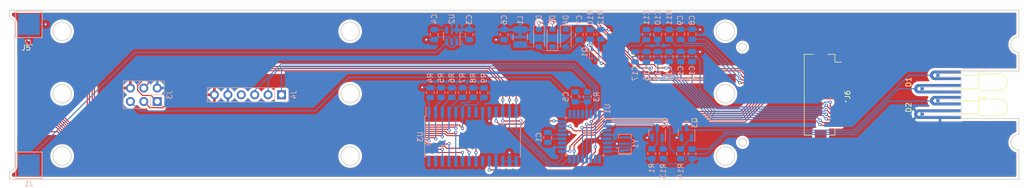
<source format=kicad_pcb>
(kicad_pcb (version 20221018) (generator pcbnew)
  (layers (0 "F.Cu" signal) (31 "B.Cu" signal) (34 "B.Paste" user) (35 "F.Paste" user) (36 "B.SilkS" user "B.Silkscreen") (37 "F.SilkS" user "F.Silkscreen") (38 "B.Mask" user) (39 "F.Mask" user) (44 "Edge.Cuts" user))
  (net 0 "")
  (net 1 "PREVGH")
  (net 2 "PREVGL")
  (net 3 "GDR")
  (net 4 "RESE")
  (net 5 "Earth")
  (net 6 "VCC")
  (net 7 "+3V3")
  (net 8 "ISP_CS")
  (net 9 "UART_DTR")
  (net 10 "BTN2_OUT")
  (net 11 "BTN5_OUT")
  (net 12 "BTN1_OUT")
  (net 13 "BTN4_OUT")
  (net 14 "BTN0_IN")
  (net 15 "BTN0_OUT")
  (net 16 "BTN3_OUT")
  (net 17 "SPI_MOSI")
  (net 18 "SPI_MISO")
  (net 19 "SPI_CLK")
  (net 20 "IR_LED_IN")
  (net 21 "UART_RX")
  (net 22 "UART_TX")
  (net 23 "BUSY")
  (net 24 "RST")
  (net 25 "Net-(D5-A)")
  (net 26 "SPI_CS_DISP")
  (net 27 "SPI_CS_GPIO_EXP")
  (net 28 "GPIO_EXP_INT")
  (net 29 "BTN1_IN")
  (net 30 "BTN2_IN")
  (net 31 "BTN3_IN")
  (net 32 "BTN4_IN")
  (net 33 "BTN5_IN")
  (net 34 "IR_LED_OUT")
  (net 40 "Net-(D1-A)")
  (net 42 "Net-(U2-BP)")
  (net 43 "D{slash}C")
  (net 45 "Net-(U1-AREF)")
  (net 47 "Net-(D3-A)")
  (net 48 "Net-(J6-P5)")
  (net 49 "Net-(J6-P20)")
  (net 50 "Net-(U1-XTAL1{slash}PB6)")
  (net 51 "Net-(U1-XTAL2{slash}PB7)")
  (net 59 "Net-(J6-P8)")
  (net 61 "Net-(J6-P4)")
  (net 64 "Net-(J6-P18)")
  (net 65 "Net-(J6-P19)")
  (net 66 "Net-(J6-P22)")
  (net 67 "Net-(J6-P24)")
  (net 68 "Net-(D1-K)")
  (net 69 "Net-(D2-K)")
  (net 70 "Net-(Q2-B)")
  (net 71 "Net-(Q3-B)")
  (footprint "LED_castellation:LED_D3.0mm_Horizontal_O6.35mm_Z2.0mm" (layer "F.Cu") (at 212.097 54.864 90)
    (fp_text reference "D1")
    (fp_text value "WP3A10F3C")
  )
  (footprint "Connector_FFC-FPC:Hirose_FH12-24S-0.5SH_1x24-1MP_P0.50mm_Horizontal" (layer "F.Cu") (at 194.893351 56.007 -90)
    (fp_text reference "J6")
    (fp_text value "CONN_01X24")
  )
  (footprint "LED_castellation:LED_D3.0mm_Horizontal_O6.35mm_Z2.0mm" (layer "F.Cu") (at 212.097 59.67 90)
    (fp_text reference "D2")
    (fp_text value "WP3DP3BT")
  )
  (footprint "Terminal:SolderPad_1x12_1.27mm" (layer "F.Cu") (at 43.18 56.007)
    (fp_text reference "J5")
    (fp_text value "CONN_01X12")
  )
  (footprint "Resistor_SMD:R_0805_2012Metric" (layer "B.Cu") (at 161.544 67.1595 90)
    (fp_text reference "R1")
    (fp_text value "10K")
  )
  (footprint "Resistor_SMD:R_0805_2012Metric" (layer "B.Cu") (at 169.164 67.1595 -90)
    (fp_text reference "R2" hide)
    (fp_text value "330")
  )
  (footprint "Capacitor_SMD:C_0805_2012Metric" (layer "B.Cu") (at 127 44.638 90)
    (fp_text reference "C3")
    (fp_text value "2,2uF")
  )
  (footprint "Capacitor_SMD:C_0805_2012Metric" (layer "B.Cu") (at 120.396 44.638 90)
    (fp_text reference "C4")
    (fp_text value "470pF")
  )
  (footprint "Capacitor_SMD:C_0805_2012Metric" (layer "B.Cu") (at 147.066 56.388 90)
    (fp_text reference "C5")
    (fp_text value "0.1uF")
  )
  (footprint "Capacitor_SMD:C_0805_2012Metric" (layer "B.Cu") (at 133.604 44.6284 -90)
    (fp_text reference "C6")
    (fp_text value "4,7uF")
  )
  (footprint "Capacitor_SMD:C_0805_2012Metric" (layer "B.Cu") (at 147.828 44.6188 90)
    (fp_text reference "C7")
    (fp_text value "4,7uF")
  )
  (footprint "Capacitor_SMD:C_0805_2012Metric" (layer "B.Cu") (at 169.164 44.5516 -90)
    (fp_text reference "C8")
    (fp_text value "4,7uF")
  )
  (footprint "Capacitor_SMD:C_0805_2012Metric" (layer "B.Cu") (at 167.005 44.5612 -90)
    (fp_text reference "C9")
    (fp_text value "4,7uF")
  )
  (footprint "Capacitor_SMD:C_0805_2012Metric" (layer "B.Cu") (at 162.687 44.5996 -90)
    (fp_text reference "C10")
    (fp_text value "4,7uF")
  )
  (footprint "Capacitor_SMD:C_0805_2012Metric" (layer "B.Cu") (at 160.528 44.6092 -90)
    (fp_text reference "C11")
    (fp_text value "4,7uF")
  )
  (footprint "Capacitor_SMD:C_0805_2012Metric" (layer "B.Cu") (at 169.164 48.7852 -90)
    (fp_text reference "C12")
    (fp_text value "4,7uF")
  )
  (footprint "Capacitor_SMD:C_0805_2012Metric" (layer "B.Cu") (at 167.005 48.773 -90)
    (fp_text reference "C13")
    (fp_text value "4,7uF")
  )
  (footprint "Capacitor_SMD:C_0805_2012Metric" (layer "B.Cu") (at 164.846 48.7974 -90)
    (fp_text reference "C14")
    (fp_text value "4,7uF")
  )
  (footprint "Diode_SMD:D_SOD-123" (layer "B.Cu") (at 145.288 45.276 -90)
    (fp_text reference "D3")
    (fp_text value "MBR0530")
  )
  (footprint "Diode_SMD:D_SOD-123" (layer "B.Cu") (at 142.748 45.276 90)
    (fp_text reference "D4")
    (fp_text value "MBR0530")
  )
  (footprint "Resistor_SMD:R_0805_2012Metric" (layer "B.Cu") (at 149.352 56.388 -90)
    (fp_text reference "R3")
    (fp_text value "10K")
  )
  (footprint "Resistor_SMD:R_0805_2012Metric" (layer "B.Cu") (at 119.634 55.6025 90)
    (fp_text reference "R4")
    (fp_text value "10K")
  )
  (footprint "Resistor_SMD:R_0805_2012Metric" (layer "B.Cu") (at 121.666 55.6025 90)
    (fp_text reference "R5")
    (fp_text value "10K")
  )
  (footprint "Resistor_SMD:R_0805_2012Metric" (layer "B.Cu") (at 123.698 55.6025 90)
    (fp_text reference "R6")
    (fp_text value "4,7K")
  )
  (footprint "Resistor_SMD:R_0805_2012Metric" (layer "B.Cu") (at 125.73 55.6025 90)
    (fp_text reference "R7")
    (fp_text value "10K")
  )
  (footprint "Capacitor_SMD:C_0805_2012Metric" (layer "B.Cu") (at 162.687 48.8096 -90)
    (fp_text reference "C15")
    (fp_text value "4,7uF")
  )
  (footprint "Capacitor_SMD:C_0805_2012Metric" (layer "B.Cu") (at 160.528 48.8218 -90)
    (fp_text reference "C16")
    (fp_text value "4,7uF")
  )
  (footprint "Capacitor_SMD:C_0805_2012Metric" (layer "B.Cu") (at 158.369 48.834 -90)
    (fp_text reference "C17")
    (fp_text value "4,7uF")
  )
  (footprint "Capacitor_SMD:C_0805_2012Metric" (layer "B.Cu") (at 141.859 64.074 -90)
    (fp_text reference "C1")
    (fp_text value "0.1uF")
  )
  (footprint "Package_TO_SOT_SMD:SOT-23-5" (layer "B.Cu") (at 123.698 44.892 90)
    (fp_text reference "U2")
    (fp_text value "MIC5219-3.3YM5")
  )
  (footprint "Package_SO:SOIC-28W_7.5x17.9mm_P1.27mm" (layer "B.Cu") (at 127.635 63.93 -90)
    (fp_text reference "U3")
    (fp_text value "MCP23S17_SO")
  )
  (footprint "Inductor_SMD:L_1210_3225Metric" (layer "B.Cu") (at 136.652 45.088 -90)
    (fp_text reference "L1")
    (fp_text value "68uH")
  )
  (footprint "Package_QFP:TQFP-32_7x7mm_P0.8mm" (layer "B.Cu") (at 148.844 63.93 180)
    (fp_text reference "U1")
    (fp_text value "ATmega328P-A")
  )
  (footprint "Diode_SMD:D_SOD-123" (layer "B.Cu") (at 140.208 45.276 -90)
    (fp_text reference "D5")
    (fp_text value "MBR0530")
  )
  (footprint "SMD_Packages:1Pin" (layer "B.Cu") (at 43.688 69.342)
    (fp_text reference "J1")
    (fp_text value "CONN_01X01")
  )
  (footprint "SMD_Packages:1Pin" (layer "B.Cu") (at 43.688 42.672)
    (fp_text reference "J2")
    (fp_text value "CONN_01X01")
  )
  (footprint "Package_TO_SOT_SMD:SOT-323_SC-70" (layer "B.Cu") (at 150.876 48.401 -90)
    (fp_text reference "Q1")
    (fp_text value "SI1308EDL")
  )
  (footprint "Resistor_SMD:R_0805_2012Metric" (layer "B.Cu") (at 127.762 55.6025 90)
    (fp_text reference "R8")
    (fp_text value "10K")
  )
  (footprint "Resistor_SMD:R_0805_2012Metric" (layer "B.Cu") (at 129.794 55.6025 90)
    (fp_text reference "R9")
    (fp_text value "10K")
  )
  (footprint "Resistor_SMD:R_0805_2012Metric" (layer "B.Cu") (at 149.86 44.5804 90)
    (fp_text reference "R10")
    (fp_text value "10K")
  )
  (footprint "Resistor_SMD:R_0805_2012Metric" (layer "B.Cu") (at 164.846 44.5708 90)
    (fp_text reference "R11")
    (fp_text value "1K")
  )
  (footprint "Resistor_SMD:R_0805_2012Metric" (layer "B.Cu") (at 151.892 44.59 -90)
    (fp_text reference "R12")
    (fp_text value "3")
  )
  (footprint "Connector_PinHeader_2.54mm:PinHeader_2x03_P2.54mm_Vertical" (layer "B.Cu") (at 67.9704 57.282 90)
    (fp_text reference "J3")
    (fp_text value "CONN_02X03")
  )
  (footprint "Connector_PinHeader_2.54mm:PinHeader_1x06_P2.54mm_Vertical" (layer "B.Cu") (at 91.4908 56.007 90)
    (fp_text reference "J4")
    (fp_text value "CONN_01X06")
  )
  (footprint "Crystal:Resonator_SMD_Murata_CSTxExxV-3Pin_3.0x1.1mm" (layer "B.Cu") (at 156.464 65.278 90)
    (fp_text reference "Y1")
    (fp_text value "Resonator")
  )
  (footprint "Package_TO_SOT_SMD:SOT-23" (layer "B.Cu") (at 162.56 63.174 90)
    (fp_text reference "Q2")
    (fp_text value "BC817")
  )
  (footprint "Resistor_SMD:R_0805_2012Metric" (layer "B.Cu") (at 163.703 67.1595 90)
    (fp_text reference "R13")
    (fp_text value "10K")
  )
  (footprint "Package_TO_SOT_SMD:SOT-23" (layer "B.Cu") (at 168.1245 63.174 90)
    (fp_text reference "Q3")
    (fp_text value "BC817")
  )
  (footprint "Resistor_SMD:R_0805_2012Metric" (layer "B.Cu") (at 167.005 67.1595 90)
    (fp_text reference "R14")
    (fp_text value "10K")
  )
  (gr_circle (center 104.475 44.0008) (end 106.2254 44.0008) (stroke (width 0.15)) (fill none) (layer "Edge.Cuts"))
  (gr_circle (center 49.975 55.8008) (end 51.7254 55.8008) (stroke (width 0.15)) (fill none) (layer "Edge.Cuts"))
  (gr_circle (center 49.975 67.6008) (end 51.7254 67.6008) (stroke (width 0.15)) (fill none) (layer "Edge.Cuts"))
  (gr_circle (center 175.475 44.0008) (end 177.2254 44.0008) (stroke (width 0.15)) (fill none) (layer "Edge.Cuts"))
  (gr_circle (center 104.475 55.8008) (end 106.2254 55.8008) (stroke (width 0.15)) (fill none) (layer "Edge.Cuts"))
  (gr_circle (center 104.475 67.6008) (end 106.2254 67.6008) (stroke (width 0.15)) (fill none) (layer "Edge.Cuts"))
  (gr_circle (center 175.475 67.6008) (end 177.2254 67.6008) (stroke (width 0.15)) (fill none) (layer "Edge.Cuts"))
  (gr_circle (center 175.475 55.8008) (end 177.2254 55.8008) (stroke (width 0.15)) (fill none) (layer "Edge.Cuts"))
  (gr_line (start 220.0656 59.9948) (end 220.0656 60.5028) (stroke (width 0.1)) (layer "Edge.Cuts"))
  (gr_line (start 220.0656 52.6796) (end 220.0656 53.1876) (stroke (width 0.1)) (layer "Edge.Cuts"))
  (gr_line (start 220.0656 54.5084) (end 212.1408 54.5084) (stroke (width 0.1)) (layer "Edge.Cuts"))
  (gr_arc (start 231 66.5) (mid 229.5 65) (end 231 63.5) (stroke (width 0.15)) (layer "Edge.Cuts"))
  (gr_line (start 212.1408 55.2196) (end 220.0656 55.2196) (stroke (width 0.1)) (layer "Edge.Cuts"))
  (gr_line (start 220.0656 51.5) (end 220.0656 51.9684) (stroke (width 0.1)) (layer "Edge.Cuts"))
  (gr_line (start 212.09 59.3344) (end 212.09 59.9948) (stroke (width 0.1)) (layer "Edge.Cuts"))
  (gr_line (start 231 72) (end 40 72) (stroke (width 0.15)) (layer "Edge.Cuts"))
  (gr_arc (start 41 69.5) (mid 40.707107 70.207107) (end 40 70.5) (stroke (width 0.15)) (layer "Edge.Cuts"))
  (gr_line (start 40 40) (end 231 40) (stroke (width 0.15)) (layer "Edge.Cuts"))
  (gr_line (start 40 40) (end 40 41.5) (stroke (width 0.15)) (layer "Edge.Cuts"))
  (gr_line (start 215.0872 52.6796) (end 220.0656 52.6796) (stroke (width 0.1)) (layer "Edge.Cuts"))
  (gr_line (start 215.0872 57.4548) (end 220.0656 57.4548) (stroke (width 0.1)) (layer "Edge.Cuts"))
  (gr_line (start 41 69.5) (end 41 42.5) (stroke (width 0.15)) (layer "Edge.Cuts"))
  (gr_line (start 212.09 59.9948) (end 220.0656 59.9948) (stroke (width 0.1)) (layer "Edge.Cuts"))
  (gr_line (start 231 48) (end 231 51.5) (stroke (width 0.15)) (layer "Edge.Cuts"))
  (gr_line (start 231 60.5) (end 220.0656 60.5028) (stroke (width 0.15)) (layer "Edge.Cuts"))
  (gr_circle (center 178.7254 65.009) (end 179.4754 65.009) (stroke (width 0.15)) (fill none) (layer "Edge.Cuts"))
  (gr_line (start 231 66.5) (end 231 72) (stroke (width 0.15)) (layer "Edge.Cuts"))
  (gr_line (start 220.0656 55.2196) (end 220.0656 56.7944) (stroke (width 0.1)) (layer "Edge.Cuts"))
  (gr_line (start 231 40) (end 231 45) (stroke (width 0.15)) (layer "Edge.Cuts"))
  (gr_line (start 212.1408 54.5084) (end 212.1408 55.2196) (stroke (width 0.1)) (layer "Edge.Cuts"))
  (gr_line (start 215.0872 56.7944) (end 215.0872 57.4548) (stroke (width 0.1)) (layer "Edge.Cuts"))
  (gr_line (start 220.0656 51.5) (end 231 51.5) (stroke (width 0.15)) (layer "Edge.Cuts"))
  (gr_line (start 220.0656 51.9684) (end 215.0872 51.9684) (stroke (width 0.1)) (layer "Edge.Cuts"))
  (gr_circle (center 178.7254 47.005) (end 179.4754 47.005) (stroke (width 0.15)) (fill none) (layer "Edge.Cuts"))
  (gr_line (start 220.0656 56.7944) (end 215.0872 56.7944) (stroke (width 0.1)) (layer "Edge.Cuts"))
  (gr_line (start 40 72) (end 40 70.5) (stroke (width 0.15)) (layer "Edge.Cuts"))
  (gr_arc (start 40 41.5) (mid 40.707107 41.792893) (end 41 42.5) (stroke (width 0.15)) (layer "Edge.Cuts"))
  (gr_circle (center 49.975 44.0008) (end 51.7254 44.0008) (stroke (width 0.15)) (fill none) (layer "Edge.Cuts"))
  (gr_arc (start 231 48) (mid 229.5 46.5) (end 231 45) (stroke (width 0.15)) (layer "Edge.Cuts"))
  (gr_line (start 220.0656 57.4548) (end 220.0656 59.3344) (stroke (width 0.1)) (layer "Edge.Cuts"))
  (gr_line (start 215.0872 51.9684) (end 215.0872 52.6796) (stroke (width 0.1)) (layer "Edge.Cuts"))
  (gr_line (start 220.0656 53.1876) (end 220.0656 54.5084) (stroke (width 0.1)) (layer "Edge.Cuts"))
  (gr_line (start 231 60.5) (end 231 63.5) (stroke (width 0.15)) (layer "Edge.Cuts"))
  (gr_line (start 220.0656 59.3344) (end 212.09 59.3344) (stroke (width 0.1)) (layer "Edge.Cuts"))
  (segment (start 195.119951 60.257) (end 196.743351 60.257) (width 0.2) (layer "F.Cu") (net 1))
  (segment (start 150.662471 41.783) (end 159.171471 50.292) (width 0.2) (layer "F.Cu") (net 1))
  (segment (start 159.171471 50.292) (end 161.925 50.292) (width 0.2) (layer "F.Cu") (net 1))
  (segment (start 162.56 50.927) (end 164.211 50.927) (width 0.2) (layer "F.Cu") (net 1))
  (segment (start 194.552951 59.69) (end 195.119951 60.257) (width 0.2) (layer "F.Cu") (net 1))
  (segment (start 140.208 42.418) (end 141.859 42.418) (width 0.2) (layer "F.Cu") (net 1))
  (segment (start 141.859 42.418) (end 142.494 41.783) (width 0.2) (layer "F.Cu") (net 1))
  (segment (start 161.925 50.292) (end 162.56 50.927) (width 0.2) (layer "F.Cu") (net 1))
  (segment (start 142.494 41.783) (end 150.662471 41.783) (width 0.2) (layer "F.Cu") (net 1))
  (via (at 164.211 50.927) (size 0.6) (drill 0.3) (layers "F.Cu" "B.Cu") (net 1))
  (via (at 140.208 42.418) (size 0.6) (drill 0.3) (layers "F.Cu" "B.Cu") (net 1))
  (via (at 194.552951 59.69) (size 0.6) (drill 0.3) (layers "F.Cu" "B.Cu") (net 1))
  (segment (start 173.436628 59.506) (end 194.368951 59.506) (width 0.2) (layer "B.Cu") (net 1))
  (segment (start 164.846 50.915372) (end 164.846 49.7474) (width 0.2) (layer "B.Cu") (net 1))
  (segment (start 140.208 42.418) (end 140.208 43.626) (width 0.2) (layer "B.Cu") (net 1))
  (segment (start 164.846 50.915372) (end 173.436628 59.506) (width 0.2) (layer "B.Cu") (net 1))
  (segment (start 164.222628 50.915372) (end 164.846 50.915372) (width 0.2) (layer "B.Cu") (net 1))
  (segment (start 164.211 50.927) (end 164.222628 50.915372) (width 0.2) (layer "B.Cu") (net 1))
  (segment (start 194.368951 59.506) (end 194.552951 59.69) (width 0.2) (layer "B.Cu") (net 1))
  (segment (start 161.4525 50.927) (end 159.240785 50.927) (width 0.2) (layer "F.Cu") (net 2))
  (segment (start 159.240785 50.927) (end 150.496785 42.183) (width 0.2) (layer "F.Cu") (net 2))
  (segment (start 193.409951 60.833) (end 193.833951 61.257) (width 0.2) (layer "F.Cu") (net 2))
  (segment (start 193.833951 61.257) (end 196.743351 61.257) (width 0.2) (layer "F.Cu") (net 2))
  (segment (start 142.9475 42.183) (end 142.748 42.3825) (width 0.2) (layer "F.Cu") (net 2))
  (segment (start 150.496785 42.183) (end 142.9475 42.183) (width 0.2) (layer "F.Cu") (net 2))
  (via (at 142.748 42.3825) (size 0.6) (drill 0.3) (layers "F.Cu" "B.Cu") (net 2))
  (via (at 193.409951 60.833) (size 0.6) (drill 0.3) (layers "F.Cu" "B.Cu") (net 2))
  (via (at 161.4525 50.927) (size 0.6) (drill 0.3) (layers "F.Cu" "B.Cu") (net 2))
  (segment (start 161.4525 50.927) (end 160.782 50.927) (width 0.2) (layer "B.Cu") (net 2))
  (segment (start 160.528 50.673) (end 160.782 50.927) (width 0.2) (layer "B.Cu") (net 2))
  (segment (start 165.650256 52.851) (end 162.706 52.851) (width 0.2) (layer "B.Cu") (net 2))
  (segment (start 160.528 49.7718) (end 160.528 50.673) (width 0.2) (layer "B.Cu") (net 2))
  (segment (start 192.882951 60.306) (end 173.105256 60.306) (width 0.2) (layer "B.Cu") (net 2))
  (segment (start 142.748 42.3825) (end 142.748 43.626) (width 0.2) (layer "B.Cu") (net 2))
  (segment (start 162.706 52.851) (end 160.782 50.927) (width 0.2) (layer "B.Cu") (net 2))
  (segment (start 193.409951 60.833) (end 192.882951 60.306) (width 0.2) (layer "B.Cu") (net 2))
  (segment (start 173.105256 60.306) (end 165.650256 52.851) (width 0.2) (layer "B.Cu") (net 2))
  (segment (start 173.592999 51.07) (end 171.831 52.832) (width 0.2) (layer "F.Cu") (net 3))
  (segment (start 194.390293 52.013) (end 179.538215 52.013) (width 0.2) (layer "F.Cu") (net 3))
  (segment (start 195.646293 50.757) (end 194.390293 52.013) (width 0.2) (layer "F.Cu") (net 3))
  (segment (start 179.538215 52.013) (end 178.595215 51.07) (width 0.2) (layer "F.Cu") (net 3))
  (segment (start 155.882822 52.832) (end 149.632911 46.582089) (width 0.2) (layer "F.Cu") (net 3))
  (segment (start 196.743351 50.757) (end 195.646293 50.757) (width 0.2) (layer "F.Cu") (net 3))
  (segment (start 178.595215 51.07) (end 173.592999 51.07) (width 0.2) (layer "F.Cu") (net 3))
  (segment (start 171.831 52.832) (end 155.882822 52.832) (width 0.2) (layer "F.Cu") (net 3))
  (via (at 149.632911 46.582089) (size 0.6) (drill 0.3) (layers "F.Cu" "B.Cu") (net 3))
  (segment (start 149.86 45.4929) (end 150.226 45.8589) (width 0.2) (layer "B.Cu") (net 3))
  (segment (start 150.226 45.8589) (end 150.226 47.401) (width 0.2) (layer "B.Cu") (net 3))
  (segment (start 149.86 46.355) (end 149.632911 46.582089) (width 0.2) (layer "B.Cu") (net 3))
  (segment (start 149.86 45.4929) (end 149.86 46.355) (width 0.2) (layer "B.Cu") (net 3))
  (segment (start 194.555979 52.413) (end 195.711979 51.257) (width 0.2) (layer "F.Cu") (net 4))
  (segment (start 152.4 50.038) (end 155.594 53.232) (width 0.2) (layer "F.Cu") (net 4))
  (segment (start 152.019 50.038) (end 152.4 50.038) (width 0.2) (layer "F.Cu") (net 4))
  (segment (start 178.429529 51.47) (end 179.372529 52.413) (width 0.2) (layer "F.Cu") (net 4))
  (segment (start 171.996685 53.232) (end 173.758685 51.47) (width 0.2) (layer "F.Cu") (net 4))
  (segment (start 195.711979 51.257) (end 196.743351 51.257) (width 0.2) (layer "F.Cu") (net 4))
  (segment (start 179.372529 52.413) (end 194.555979 52.413) (width 0.2) (layer "F.Cu") (net 4))
  (segment (start 173.758685 51.47) (end 178.429529 51.47) (width 0.2) (layer "F.Cu") (net 4))
  (segment (start 155.594 53.232) (end 171.996685 53.232) (width 0.2) (layer "F.Cu") (net 4))
  (via (at 152.019 50.038) (size 0.6) (drill 0.3) (layers "F.Cu" "B.Cu") (net 4))
  (segment (start 151.892 45.5025) (end 151.526 45.8685) (width 0.2) (layer "B.Cu") (net 4))
  (segment (start 152.019 50.038) (end 151.526 49.545) (width 0.2) (layer "B.Cu") (net 4))
  (segment (start 151.526 45.8685) (end 151.526 47.401) (width 0.2) (layer "B.Cu") (net 4))
  (segment (start 151.526 49.545) (end 151.526 47.401) (width 0.2) (layer "B.Cu") (net 4))
  (segment (start 196.743351 58.257) (end 198.072951 58.257) (width 0.2) (layer "F.Cu") (net 5))
  (segment (start 198.072951 58.257) (end 198.108951 58.293) (width 0.2) (layer "F.Cu") (net 5))
  (via (at 154.94 65.278) (size 0.6) (drill 0.3) (layers "F.Cu" "B.Cu") (net 5))
  (via (at 118.11 54.61) (size 0.6) (drill 0.3) (layers "F.Cu" "B.Cu") (net 5))
  (via (at 130.81 60.96) (size 0.6) (drill 0.3) (layers "F.Cu" "B.Cu") (net 5))
  (via (at 134.62 66.929) (size 0.6) (drill 0.3) (layers "F.Cu" "B.Cu") (net 5))
  (via (at 118.872 45.593) (size 0.6) (drill 0.3) (layers "F.Cu" "B.Cu") (net 5))
  (via (at 153.416 43.688) (size 0.6) (drill 0.3) (layers "F.Cu" "B.Cu") (net 5))
  (via (at 43.688 45.72) (size 0.6) (drill 0.3) (layers "F.Cu" "B.Cu") (net 5))
  (via (at 132.08 45.593) (size 0.6) (drill 0.3) (layers "F.Cu" "B.Cu") (net 5))
  (via (at 170.688 43.688) (size 0.6) (drill 0.3) (layers "F.Cu" "B.Cu") (net 5))
  (via (at 170.688 47.879) (size 0.6) (drill 0.3) (layers "F.Cu" "B.Cu") (net 5))
  (via (at 151.765 64.262) (size 0.6) (drill 0.3) (layers "F.Cu" "B.Cu") (net 5))
  (via (at 145.923 63.5) (size 0.6) (drill 0.3) (layers "F.Cu" "B.Cu") (net 5))
  (via (at 160.655 64.135) (size 0.6) (drill 0.3) (layers "F.Cu" "B.Cu") (net 5))
  (via (at 46.863 42.672) (size 0.6) (drill 0.3) (layers "F.Cu" "B.Cu") (net 5))
  (via (at 166.243 64.135) (size 0.6) (drill 0.3) (layers "F.Cu" "B.Cu") (net 5))
  (segment (start 125.73 54.69) (end 127.762 54.69) (width 0.2) (layer "B.Cu") (net 5))
  (segment (start 166.9806 47.8474) (end 167.005 47.823) (width 0.2) (layer "B.Cu") (net 5))
  (segment (start 133.5894 45.593) (end 133.604 45.5784) (width 0.2) (layer "B.Cu") (net 5))
  (segment (start 149.8696 43.6775) (end 149.86 43.6679) (width 0.2) (layer "B.Cu") (net 5))
  (segment (start 123.698 45.680604) (end 123.698 46.0295) (width 0.2) (layer "B.Cu") (net 5))
  (segment (start 160.528 43.6592) (end 162.6774 43.6592) (width 0.2) (layer "B.Cu") (net 5))
  (segment (start 167.005 43.6112) (end 169.1544 43.6112) (width 0.2) (layer "B.Cu") (net 5))
  (segment (start 151.9025 43.688) (end 151.892 43.6775) (width 0.2) (layer "B.Cu") (net 5))
  (segment (start 119.554 54.61) (end 119.634 54.69) (width 0.2) (layer "B.Cu") (net 5))
  (segment (start 152.219 62.73) (end 151.765 63.184) (width 0.2) (layer "B.Cu") (net 5))
  (segment (start 142.265 63.53) (end 144.594 63.53) (width 0.2) (layer "B.Cu") (net 5))
  (segment (start 160.6785 64.1115) (end 160.655 64.135) (width 0.2) (layer "B.Cu") (net 5))
  (segment (start 144.594 63.53) (end 145.893 63.53) (width 0.2) (layer "B.Cu") (net 5))
  (segment (start 167.005 47.823) (end 167.0172 47.8352) (width 0.2) (layer "B.Cu") (net 5))
  (segment (start 160.528 47.8718) (end 162.6748 47.8718) (width 0.2) (layer "B.Cu") (net 5))
  (segment (start 170.688 47.879) (end 169.2078 47.879) (width 0.2) (layer "B.Cu") (net 5))
  (segment (start 118.11 54.61) (end 119.554 54.61) (width 0.2) (layer "B.Cu") (net 5))
  (segment (start 119.634 54.69) (end 121.666 54.69) (width 0.2) (layer "B.Cu") (net 5))
  (segment (start 167.1745 64.1115) (end 166.2665 64.1115) (width 0.2) (layer "B.Cu") (net 5))
  (segment (start 167.0172 47.8352) (end 169.164 47.8352) (width 0.2) (layer "B.Cu") (net 5))
  (segment (start 164.846 47.8474) (end 166.9806 47.8474) (width 0.2) (layer "B.Cu") (net 5))
  (segment (start 141.859 63.124) (end 142.265 63.53) (width 0.2) (layer "B.Cu") (net 5))
  (segment (start 169.1544 43.6112) (end 169.164 43.6016) (width 0.2) (layer "B.Cu") (net 5))
  (segment (start 166.9579 43.6583) (end 167.005 43.6112) (width 0.2) (layer "B.Cu") (net 5))
  (segment (start 123.084396 45.067) (end 123.698 45.680604) (width 0.2) (layer "B.Cu") (net 5))
  (segment (start 162.687 47.8596) (end 164.8338 47.8596) (width 0.2) (layer "B.Cu") (net 5))
  (segment (start 120.917 45.067) (end 123.084396 45.067) (width 0.2) (layer "B.Cu") (net 5))
  (segment (start 151.833 64.33) (end 151.765 64.262) (width 0.2) (layer "B.Cu") (net 5))
  (segment (start 130.81 59.28) (end 130.81 60.96) (width 0.2) (layer "B.Cu") (net 5))
  (segment (start 162.6748 47.8718) (end 162.687 47.8596) (width 0.2) (layer "B.Cu") (net 5))
  (segment (start 127 45.588) (end 126.479 45.067) (width 0.2) (layer "B.Cu") (net 5))
  (segment (start 162.6774 43.6592) (end 162.687 43.6496) (width 0.2) (layer "B.Cu") (net 5))
  (segment (start 156.464 65.278) (end 155.714 65.278) (width 0.2) (layer "B.Cu") (net 5))
  (segment (start 145.288 43.626) (end 146.0452 42.8688) (width 0.2) (layer "B.Cu") (net 5))
  (segment (start 43.688 42.926) (end 43.688 45.72) (width 0.2) (layer "B.Cu") (net 5))
  (segment (start 120.391 45.593) (end 120.396 45.588) (width 0.2) (layer "B.Cu") (net 5))
  (segment (start 134.62 68.58) (end 134.62 66.929) (width 0.2) (layer "B.Cu") (net 5))
  (segment (start 162.687 43.6496) (end 164.8373 43.6496) (width 0.2) (layer "B.Cu") (net 5))
  (segment (start 164.8338 47.8596) (end 164.846 47.8474) (width 0.2) (layer "B.Cu") (net 5))
  (segment (start 127.762 54.69) (end 129.794 54.69) (width 0.2) (layer "B.Cu") (net 5))
  (segment (start 151.892 43.6775) (end 149.8696 43.6775) (width 0.2) (layer "B.Cu") (net 5))
  (segment (start 153.416 43.688) (end 151.9025 43.688) (width 0.2) (layer "B.Cu") (net 5))
  (segment (start 158.369 47.884) (end 160.5158 47.884) (width 0.2) (layer "B.Cu") (net 5))
  (segment (start 146.0452 42.8688) (end 149.0609 42.8688) (width 0.2) (layer "B.Cu") (net 5))
  (segment (start 161.61 64.1115) (end 160.6785 64.1115) (width 0.2) (layer "B.Cu") (net 5))
  (segment (start 124.224 45.067) (end 123.698 45.593) (width 0.2) (layer "B.Cu") (net 5))
  (segment (start 121.666 54.69) (end 123.698 54.69) (width 0.2) (layer "B.Cu") (net 5))
  (segment (start 145.893 63.53) (end 145.923 63.5) (width 0.2) (layer "B.Cu") (net 5))
  (segment (start 169.2078 47.879) (end 169.164 47.8352) (width 0.2) (layer "B.Cu") (net 5))
  (segment (start 156.464 65.278) (end 154.94 65.278) (width 0.2) (layer "B.Cu") (net 5))
  (segment (start 153.094 64.33) (end 151.833 64.33) (width 0.2) (layer "B.Cu") (net 5))
  (segment (start 164.846 43.6583) (end 166.9579 43.6583) (width 0.2) (layer "B.Cu") (net 5))
  (segment (start 43.815 42.799) (end 43.942 42.672) (width 0.2) (layer "B.Cu") (net 5))
  (segment (start 132.08 45.593) (end 133.5894 45.593) (width 0.2) (layer "B.Cu") (net 5))
  (segment (start 118.872 45.593) (end 120.391 45.593) (width 0.2) (layer "B.Cu") (net 5))
  (segment (start 43.942 42.672) (end 46.863 42.672) (width 0.2) (layer "B.Cu") (net 5))
  (segment (start 160.5158 47.884) (end 160.528 47.8718) (width 0.2) (layer "B.Cu") (net 5))
  (segment (start 164.8373 43.6496) (end 164.846 43.6583) (width 0.2) (layer "B.Cu") (net 5))
  (segment (start 153.094 62.73) (end 152.219 62.73) (width 0.2) (layer "B.Cu") (net 5))
  (segment (start 135.89 68.58) (end 134.62 68.58) (width 0.2) (layer "B.Cu") (net 5))
  (segment (start 169.2504 43.688) (end 169.164 43.6016) (width 0.2) (layer "B.Cu") (net 5))
  (segment (start 120.396 45.588) (end 120.917 45.067) (width 0.2) (layer "B.Cu") (net 5))
  (segment (start 43.815 42.799) (end 43.688 42.926) (width 0.2) (layer "B.Cu") (net 5))
  (segment (start 149.0609 42.8688) (end 149.86 43.6679) (width 0.2) (layer "B.Cu") (net 5))
  (segment (start 123.698 54.69) (end 125.73 54.69) (width 0.2) (layer "B.Cu") (net 5))
  (segment (start 123.698 45.593) (end 123.698 46.0295) (width 0.2) (layer "B.Cu") (net 5))
  (segment (start 133.35 68.58) (end 134.62 68.58) (width 0.2) (layer "B.Cu") (net 5))
  (segment (start 126.479 45.067) (end 124.224 45.067) (width 0.2) (layer "B.Cu") (net 5))
  (segment (start 166.2665 64.1115) (end 166.243 64.135) (width 0.2) (layer "B.Cu") (net 5))
  (segment (start 151.765 63.184) (end 151.765 64.262) (width 0.2) (layer "B.Cu") (net 5))
  (segment (start 170.688 43.688) (end 169.2504 43.688) (width 0.2) (layer "B.Cu") (net 5))
  (segment (start 122.748 46.0295) (end 122.748 46.421) (width 0.2) (layer "B.Cu") (net 6))
  (segment (start 120.7715 48.006) (end 122.748 46.0295) (width 0.2) (layer "B.Cu") (net 6))
  (segment (start 43.688 69.342) (end 43.688 68.072) (width 0.2) (layer "B.Cu") (net 6))
  (segment (start 122.748 46.421) (end 123.319 46.992) (width 0.2) (layer "B.Cu") (net 6))
  (segment (start 123.319 46.992) (end 124.077 46.992) (width 0.2) (layer "B.Cu") (net 6))
  (segment (start 124.648 46.421) (end 124.648 46.0295) (width 0.2) (layer "B.Cu") (net 6))
  (segment (start 63.754 48.006) (end 120.7715 48.006) (width 0.2) (layer "B.Cu") (net 6))
  (segment (start 124.077 46.992) (end 124.648 46.421) (width 0.2) (layer "B.Cu") (net 6))
  (segment (start 43.688 68.072) (end 63.754 48.006) (width 0.2) (layer "B.Cu") (net 6))
  (segment (start 196.743351 57.257) (end 196.743351 57.757) (width 0.2) (layer "F.Cu") (net 7))
  (segment (start 196.743351 57.257) (end 198.215951 57.257) (width 0.2) (layer "F.Cu") (net 7))
  (segment (start 198.215951 57.257) (end 198.235951 57.277) (width 0.2) (layer "F.Cu") (net 7))
  (via (at 198.235951 57.277) (size 0.6) (drill 0.3) (layers "F.Cu" "B.Cu") (net 7))
  (segment (start 153.094 63.53) (end 154.402 63.53) (width 0.2) (layer "B.Cu") (net 7))
  (segment (start 149.352 55.4755) (end 149.352 55.118) (width 0.2) (layer "B.Cu") (net 7))
  (segment (start 143.273 65.93) (end 143.256 65.913) (width 0.2) (layer "B.Cu") (net 7))
  (segment (start 153.094 63.53) (end 154.094 63.53) (width 0.2) (layer "B.Cu") (net 7))
  (segment (start 162.687 45.5496) (end 161.7144 44.577) (width 0.2) (layer "B.Cu") (net 7))
  (segment (start 154.072 65.13) (end 153.094 65.13) (width 0.2) (layer "B.Cu") (net 7))
  (segment (start 154.305 64.897) (end 154.072 65.13) (width 0.2) (layer "B.Cu") (net 7))
  (segment (start 144.594 65.93) (end 143.273 65.93) (width 0.2) (layer "B.Cu") (net 7))
  (segment (start 154.094 63.53) (end 154.305 63.741) (width 0.2) (layer "B.Cu") (net 7))
  (segment (start 149.352 55.118) (end 148.463 54.229) (width 0.2) (layer "B.Cu") (net 7))
  (segment (start 161.7144 44.577) (end 159.258 44.577) (width 0.2) (layer "B.Cu") (net 7))
  (segment (start 154.305 63.741) (end 154.305 64.897) (width 0.2) (layer "B.Cu") (net 7))
  (segment (start 149.3145 57.338) (end 149.352 57.3005) (width 0.2) (layer "B.Cu") (net 8))
  (segment (start 97.886225 59.055) (end 64.6634 59.055) (width 0.2) (layer "B.Cu") (net 8))
  (segment (start 147.066 57.338) (end 149.3145 57.338) (width 0.2) (layer "B.Cu") (net 8))
  (segment (start 149.244 57.4085) (end 149.244 59.68) (width 0.2) (layer "B.Cu") (net 8))
  (segment (start 142.433 52.705) (end 104.236225 52.705) (width 0.2) (layer "B.Cu") (net 8))
  (segment (start 147.066 57.338) (end 142.433 52.705) (width 0.2) (layer "B.Cu") (net 8))
  (segment (start 149.352 57.3005) (end 149.244 57.4085) (width 0.2) (layer "B.Cu") (net 8))
  (segment (start 64.6634 59.055) (end 62.8904 57.282) (width 0.2) (layer "B.Cu") (net 8))
  (segment (start 104.236225 52.705) (end 97.886225 59.055) (width 0.2) (layer "B.Cu") (net 8))
  (segment (start 150.495 55.88) (end 149.987 56.388) (width 0.2) (layer "B.Cu") (net 9))
  (segment (start 91.4908 56.007) (end 91.4908 51.245572) (width 0.2) (layer "B.Cu") (net 9))
  (segment (start 91.771372 50.965) (end 146.607628 50.965) (width 0.2) (layer "B.Cu") (net 9))
  (segment (start 148.016 56.388) (end 147.066 55.438) (width 0.2) (layer "B.Cu") (net 9))
  (segment (start 150.495 54.852372) (end 150.495 55.88) (width 0.2) (layer "B.Cu") (net 9))
  (segment (start 146.607628 50.965) (end 150.495 54.852372) (width 0.2) (layer "B.Cu") (net 9))
  (segment (start 149.987 56.388) (end 148.016 56.388) (width 0.2) (layer "B.Cu") (net 9))
  (segment (start 91.4908 51.245572) (end 91.771372 50.965) (width 0.2) (layer "B.Cu") (net 9))
  (segment (start 125.73 66.929) (end 125.7305 66.9295) (width 0.2) (layer "F.Cu") (net 10))
  (segment (start 125.7305 66.9295) (end 119.034413 66.9295) (width 0.2) (layer "F.Cu") (net 10))
  (segment (start 50.923198 64.77) (end 49.145198 62.992) (width 0.2) (layer "F.Cu") (net 10))
  (segment (start 49.145198 62.992) (end 43.18 62.992) (width 0.2) (layer "F.Cu") (net 10))
  (segment (start 119.034413 66.9295) (end 118.234913 66.13) (width 0.2) (layer "F.Cu") (net 10))
  (segment (start 110.453002 66.13) (end 109.093002 64.77) (width 0.2) (layer "F.Cu") (net 10))
  (segment (start 118.234913 66.13) (end 110.453002 66.13) (width 0.2) (layer "F.Cu") (net 10))
  (segment (start 109.093002 64.77) (end 50.923198 64.77) (width 0.2) (layer "F.Cu") (net 10))
  (via (at 125.73 66.929) (size 0.6) (drill 0.3) (layers "F.Cu" "B.Cu") (net 10))
  (segment (start 125.73 66.929) (end 125.73 68.58) (width 0.2) (layer "B.Cu") (net 10))
  (segment (start 118.400599 65.73) (end 110.618688 65.73) (width 0.2) (layer "F.Cu") (net 11))
  (segment (start 110.618688 65.73) (end 109.258686 64.37) (width 0.2) (layer "F.Cu") (net 11))
  (segment (start 119.000099 66.3295) (end 118.400599 65.73) (width 0.2) (layer "F.Cu") (net 11))
  (segment (start 48.440884 61.722) (end 43.18 61.722) (width 0.2) (layer "F.Cu") (net 11))
  (segment (start 109.258686 64.37) (end 51.088884 64.37) (width 0.2) (layer "F.Cu") (net 11))
  (segment (start 51.088884 64.37) (end 48.440884 61.722) (width 0.2) (layer "F.Cu") (net 11))
  (segment (start 121.92 66.3295) (end 119.000099 66.3295) (width 0.2) (layer "F.Cu") (net 11))
  (via (at 121.92 66.3295) (size 0.6) (drill 0.3) (layers "F.Cu" "B.Cu") (net 11))
  (segment (start 121.92 66.3295) (end 121.92 68.58) (width 0.2) (layer "B.Cu") (net 11))
  (segment (start 118.566285 65.33) (end 110.784373 65.33) (width 0.2) (layer "F.Cu") (net 12))
  (segment (start 127 66.929) (end 127 66.802) (width 0.2) (layer "F.Cu") (net 12))
  (segment (start 122.733014 66.129) (end 122.333514 65.7295) (width 0.2) (layer "F.Cu") (net 12))
  (segment (start 47.73657 60.452) (end 43.18 60.452) (width 0.2) (layer "F.Cu") (net 12))
  (segment (start 126.327 66.129) (end 122.733014 66.129) (width 0.2) (layer "F.Cu") (net 12))
  (segment (start 118.965785 65.7295) (end 118.566285 65.33) (width 0.2) (layer "F.Cu") (net 12))
  (segment (start 109.424372 63.97) (end 51.25457 63.97) (width 0.2) (layer "F.Cu") (net 12))
  (segment (start 122.333514 65.7295) (end 118.965785 65.7295) (width 0.2) (layer "F.Cu") (net 12))
  (segment (start 51.25457 63.97) (end 47.73657 60.452) (width 0.2) (layer "F.Cu") (net 12))
  (segment (start 127 66.802) (end 126.327 66.129) (width 0.2) (layer "F.Cu") (net 12))
  (segment (start 110.784373 65.33) (end 109.424372 63.97) (width 0.2) (layer "F.Cu") (net 12))
  (via (at 127 66.929) (size 0.6) (drill 0.3) (layers "F.Cu" "B.Cu") (net 12))
  (segment (start 127 66.929) (end 127 68.58) (width 0.2) (layer "B.Cu") (net 12))
  (segment (start 123.19 65.278) (end 123.1385 65.3295) (width 0.2) (layer "F.Cu") (net 13))
  (segment (start 118.731971 64.93) (end 110.950059 64.93) (width 0.2) (layer "F.Cu") (net 13))
  (segment (start 109.590058 63.57) (end 51.420256 63.57) (width 0.2) (layer "F.Cu") (net 13))
  (segment (start 51.420256 63.57) (end 47.032256 59.182) (width 0.2) (layer "F.Cu") (net 13))
  (segment (start 123.1385 65.3295) (end 119.131471 65.3295) (width 0.2) (layer "F.Cu") (net 13))
  (segment (start 119.131471 65.3295) (end 118.731971 64.93) (width 0.2) (layer "F.Cu") (net 13))
  (segment (start 110.950059 64.93) (end 109.590058 63.57) (width 0.2) (layer "F.Cu") (net 13))
  (segment (start 47.032256 59.182) (end 43.18 59.182) (width 0.2) (layer "F.Cu") (net 13))
  (via (at 123.19 65.278) (size 0.6) (drill 0.3) (layers "F.Cu" "B.Cu") (net 13))
  (segment (start 123.19 65.278) (end 123.19 68.58) (width 0.2) (layer "B.Cu") (net 13))
  (segment (start 119.1805 64.53) (end 111.115745 64.53) (width 0.2) (layer "F.Cu") (net 14))
  (segment (start 51.585942 63.17) (end 46.327942 57.912) (width 0.2) (layer "F.Cu") (net 14))
  (segment (start 109.755744 63.17) (end 51.585942 63.17) (width 0.2) (layer "F.Cu") (net 14))
  (segment (start 46.327942 57.912) (end 43.18 57.912) (width 0.2) (layer "F.Cu") (net 14))
  (segment (start 119.38 64.7295) (end 119.1805 64.53) (width 0.2) (layer "F.Cu") (net 14))
  (segment (start 111.115745 64.53) (end 109.755744 63.17) (width 0.2) (layer "F.Cu") (net 14))
  (via (at 119.38 64.7295) (size 0.6) (drill 0.3) (layers "F.Cu" "B.Cu") (net 14))
  (segment (start 119.38 59.28) (end 119.38 56.769) (width 0.2) (layer "B.Cu") (net 14))
  (segment (start 119.38 56.769) (end 119.634 56.515) (width 0.2) (layer "B.Cu") (net 14))
  (segment (start 119.38 64.7295) (end 119.38 59.28) (width 0.2) (layer "B.Cu") (net 14))
  (segment (start 110.252802 61.97) (end 52.083 61.97) (width 0.2) (layer "F.Cu") (net 15))
  (segment (start 111.612802 63.33) (end 110.252802 61.97) (width 0.2) (layer "F.Cu") (net 15))
  (segment (start 52.083 61.97) (end 44.215 54.102) (width 0.2) (layer "F.Cu") (net 15))
  (segment (start 126.849 63.73) (end 122.775785 63.73) (width 0.2) (layer "F.Cu") (net 15))
  (segment (start 122.375785 63.33) (end 111.612802 63.33) (width 0.2) (layer "F.Cu") (net 15))
  (segment (start 44.215 54.102) (end 43.18 54.102) (width 0.2) (layer "F.Cu") (net 15))
  (segment (start 128.27 65.151) (end 126.849 63.73) (width 0.2) (layer "F.Cu") (net 15))
  (segment (start 122.775785 63.73) (end 122.375785 63.33) (width 0.2) (layer "F.Cu") (net 15))
  (segment (start 128.27 66.929) (end 128.27 65.151) (width 0.2) (layer "F.Cu") (net 15))
  (via (at 128.27 66.929) (size 0.6) (drill 0.3) (layers "F.Cu" "B.Cu") (net 15))
  (segment (start 128.27 68.58) (end 128.27 66.929) (width 0.2) (layer "B.Cu") (net 15))
  (segment (start 111.778488 62.93) (end 110.418488 61.57) (width 0.2) (layer "F.Cu") (net 16))
  (segment (start 52.578 52.832) (end 43.18 52.832) (width 0.2) (layer "F.Cu") (net 16))
  (segment (start 124.450608 63.13) (end 124.250608 63.33) (width 0.2) (layer "F.Cu") (net 16))
  (segment (start 54.737 59.69) (end 54.737 54.991) (width 0.2) (layer "F.Cu") (net 16))
  (segment (start 54.737 54.991) (end 52.578 52.832) (width 0.2) (layer "F.Cu") (net 16))
  (segment (start 124.250608 63.33) (end 122.941471 63.33) (width 0.2) (layer "F.Cu") (net 16))
  (segment (start 56.617 61.57) (end 54.737 59.69) (width 0.2) (layer "F.Cu") (net 16))
  (segment (start 122.541471 62.93) (end 111.778488 62.93) (width 0.2) (layer "F.Cu") (net 16))
  (segment (start 122.941471 63.33) (end 122.541471 62.93) (width 0.2) (layer "F.Cu") (net 16))
  (segment (start 110.418488 61.57) (end 56.617 61.57) (width 0.2) (layer "F.Cu") (net 16))
  (via (at 124.450608 63.13) (size 0.6) (drill 0.3) (layers "F.Cu" "B.Cu") (net 16))
  (segment (start 124.450608 63.13) (end 124.450608 68.570608) (width 0.2) (layer "B.Cu") (net 16))
  (segment (start 124.450608 68.570608) (end 124.46 68.58) (width 0.2) (layer "B.Cu") (net 16))
  (segment (start 148.771686 63.63) (end 150.722743 63.63) (width 0.2) (layer "F.Cu") (net 17))
  (segment (start 134.62 55.048686) (end 134.62 57.023) (width 0.2) (layer "F.Cu") (net 17))
  (segment (start 153.170743 61.182) (end 179.148058 61.182) (width 0.2) (layer "F.Cu") (net 17))
  (segment (start 150.722743 63.63) (end 153.170743 61.182) (width 0.2) (layer "F.Cu") (net 17))
  (segment (start 130.625314 51.054) (end 134.62 55.048686) (width 0.2) (layer "F.Cu") (net 17))
  (segment (start 65.4304 54.742) (end 65.4304 54.7116) (width 0.2) (layer "F.Cu") (net 17))
  (segment (start 146.849503 66.675) (end 146.849503 65.552183) (width 0.2) (layer "F.Cu") (net 17))
  (segment (start 69.088 51.054) (end 130.625314 51.054) (width 0.2) (layer "F.Cu") (net 17))
  (segment (start 65.4304 54.7116) (end 69.088 51.054) (width 0.2) (layer "F.Cu") (net 17))
  (segment (start 183.573058 56.757) (end 196.743351 56.757) (width 0.2) (layer "F.Cu") (net 17))
  (segment (start 179.148058 61.182) (end 183.573058 56.757) (width 0.2) (layer "F.Cu") (net 17))
  (segment (start 146.849503 65.552183) (end 148.771686 63.63) (width 0.2) (layer "F.Cu") (net 17))
  (via (at 134.62 57.023) (size 0.6) (drill 0.3) (layers "F.Cu" "B.Cu") (net 17))
  (via (at 146.849503 66.675) (size 0.6) (drill 0.3) (layers "F.Cu" "B.Cu") (net 17))
  (segment (start 146.844 68.929) (end 146.844 68.18) (width 0.2) (layer "B.Cu") (net 17))
  (segment (start 134.62 59.28) (end 134.62 57.023) (width 0.2) (layer "B.Cu") (net 17))
  (segment (start 134.62 59.28) (end 134.62 62.103) (width 0.2) (layer "B.Cu") (net 17))
  (segment (start 146.849503 66.675) (end 146.849503 68.174497) (width 0.2) (layer "B.Cu") (net 17))
  (segment (start 134.62 62.103) (end 142.113 69.596) (width 0.2) (layer "B.Cu") (net 17))
  (segment (start 146.177 69.596) (end 146.844 68.929) (width 0.2) (layer "B.Cu") (net 17))
  (segment (start 146.849503 68.174497) (end 146.844 68.18) (width 0.2) (layer "B.Cu") (net 17))
  (segment (start 142.113 69.596) (end 146.177 69.596) (width 0.2) (layer "B.Cu") (net 17))
  (segment (start 67.892054 50.654) (end 130.791 50.654) (width 0.2) (layer "F.Cu") (net 18))
  (segment (start 66.8204 56.132) (end 65.194054 56.132) (width 0.2) (layer "F.Cu") (net 18))
  (segment (start 65.194054 56.132) (end 64.2804 55.218346) (width 0.2) (layer "F.Cu") (net 18))
  (segment (start 130.791 50.654) (end 135.89 55.753) (width 0.2) (layer "F.Cu") (net 18))
  (segment (start 64.2804 55.218346) (end 64.2804 54.265654) (width 0.2) (layer "F.Cu") (net 18))
  (segment (start 64.2804 54.265654) (end 67.892054 50.654) (width 0.2) (layer "F.Cu") (net 18))
  (segment (start 67.9704 57.282) (end 66.8204 56.132) (width 0.2) (layer "F.Cu") (net 18))
  (segment (start 135.89 55.753) (end 135.89 57.023) (width 0.2) (layer "F.Cu") (net 18))
  (via (at 135.89 57.023) (size 0.6) (drill 0.3) (layers "F.Cu" "B.Cu") (net 18))
  (segment (start 144.672 69.196) (end 145.688 68.18) (width 0.2) (layer "B.Cu") (net 18))
  (segment (start 135.89 59.28) (end 135.89 62.807314) (width 0.2) (layer "B.Cu") (net 18))
  (segment (start 135.89 57.023) (end 135.89 59.28) (width 0.2) (layer "B.Cu") (net 18))
  (segment (start 135.89 62.807314) (end 142.278686 69.196) (width 0.2) (layer "B.Cu") (net 18))
  (segment (start 142.278686 69.196) (end 144.672 69.196) (width 0.2) (layer "B.Cu") (net 18))
  (segment (start 145.688 68.18) (end 146.044 68.18) (width 0.2) (layer "B.Cu") (net 18))
  (segment (start 69.596 57.785) (end 69.596 52.324) (width 0.2) (layer "F.Cu") (net 19))
  (segment (start 133.35 54.344372) (end 133.35 57.023) (width 0.2) (layer "F.Cu") (net 19))
  (segment (start 146.05 66.675) (end 146.05 65.786) (width 0.2) (layer "F.Cu") (net 19))
  (segment (start 69.596 52.324) (end 70.466 51.454) (width 0.2) (layer "F.Cu") (net 19))
  (segment (start 70.466 51.454) (end 130.459628 51.454) (width 0.2) (layer "F.Cu") (net 19))
  (segment (start 66.5804 58.432) (end 68.949 58.432) (width 0.2) (layer "F.Cu") (net 19))
  (segment (start 68.949 58.432) (end 69.596 57.785) (width 0.2) (layer "F.Cu") (net 19))
  (segment (start 178.982369 60.782) (end 183.507372 56.257) (width 0.2) (layer "F.Cu") (net 19))
  (segment (start 183.507372 56.257) (end 196.743351 56.257) (width 0.2) (layer "F.Cu") (net 19))
  (segment (start 65.4304 57.282) (end 66.5804 58.432) (width 0.2) (layer "F.Cu") (net 19))
  (segment (start 130.459628 51.454) (end 133.35 54.344372) (width 0.2) (layer "F.Cu") (net 19))
  (segment (start 133.35 60.96) (end 136.779 60.96) (width 0.2) (layer "F.Cu") (net 19))
  (segment (start 146.05 65.786) (end 148.606 63.23) (width 0.2) (layer "F.Cu") (net 19))
  (segment (start 153.005058 60.782) (end 178.982369 60.782) (width 0.2) (layer "F.Cu") (net 19))
  (segment (start 148.606 63.23) (end 150.557058 63.23) (width 0.2) (layer "F.Cu") (net 19))
  (segment (start 150.557058 63.23) (end 153.005058 60.782) (width 0.2) (layer "F.Cu") (net 19))
  (via (at 133.35 60.96) (size 0.6) (drill 0.3) (layers "F.Cu" "B.Cu") (net 19))
  (via (at 136.779 60.96) (size 0.6) (drill 0.3) (layers "F.Cu" "B.Cu") (net 19))
  (via (at 133.35 57.023) (size 0.6) (drill 0.3) (layers "F.Cu" "B.Cu") (net 19))
  (via (at 146.05 66.675) (size 0.6) (drill 0.3) (layers "F.Cu" "B.Cu") (net 19))
  (segment (start 133.35 59.28) (end 133.35 60.96) (width 0.2) (layer "B.Cu") (net 19))
  (segment (start 144.649 66.675) (end 144.594 66.73) (width 0.2) (layer "B.Cu") (net 19))
  (segment (start 136.779 60.96) (end 136.779 63.130628) (width 0.2) (layer "B.Cu") (net 19))
  (segment (start 133.35 57.023) (end 133.35 59.28) (width 0.2) (layer "B.Cu") (net 19))
  (segment (start 136.779 63.130628) (end 142.444372 68.796) (width 0.2) (layer "B.Cu") (net 19))
  (segment (start 144.594 68.004) (end 144.594 66.73) (width 0.2) (layer "B.Cu") (net 19))
  (segment (start 143.802 68.796) (end 144.594 68.004) (width 0.2) (layer "B.Cu") (net 19))
  (segment (start 146.05 66.675) (end 144.649 66.675) (width 0.2) (layer "B.Cu") (net 19))
  (segment (start 142.444372 68.796) (end 143.802 68.796) (width 0.2) (layer "B.Cu") (net 19))
  (segment (start 162.56 65.231) (end 161.544 66.247) (width 0.2) (layer "B.Cu") (net 20))
  (segment (start 162.56 62.2365) (end 162.56 65.231) (width 0.2) (layer "B.Cu") (net 20))
  (segment (start 153.094 61.93) (end 154.351 61.93) (width 0.2) (layer "B.Cu") (net 20))
  (segment (start 161.8535 61.53) (end 162.56 62.2365) (width 0.2) (layer "B.Cu") (net 20))
  (segment (start 154.351 61.93) (end 154.751 61.53) (width 0.2) (layer "B.Cu") (net 20))
  (segment (start 154.751 61.53) (end 161.8535 61.53) (width 0.2) (layer "B.Cu") (net 20))
  (segment (start 88.9508 53.219886) (end 91.605687 50.565) (width 0.2) (layer "B.Cu") (net 21))
  (segment (start 150.044 58.805) (end 150.044 59.68) (width 0.2) (layer "B.Cu") (net 21))
  (segment (start 88.9508 56.007) (end 88.9508 53.219886) (width 0.2) (layer "B.Cu") (net 21))
  (segment (start 150.895 54.686687) (end 150.895 57.954) (width 0.2) (layer "B.Cu") (net 21))
  (segment (start 91.605687 50.565) (end 146.773314 50.565) (width 0.2) (layer "B.Cu") (net 21))
  (segment (start 146.773314 50.565) (end 150.895 54.686687) (width 0.2) (layer "B.Cu") (net 21))
  (segment (start 150.895 57.954) (end 150.044 58.805) (width 0.2) (layer "B.Cu") (net 21))
  (segment (start 151.295 58.354) (end 150.844 58.805) (width 0.2) (layer "B.Cu") (net 22))
  (segment (start 86.4108 56.007) (end 86.4108 55.1942) (width 0.2) (layer "B.Cu") (net 22))
  (segment (start 91.44 50.165) (end 146.939 50.165) (width 0.2) (layer "B.Cu") (net 22))
  (segment (start 150.844 58.805) (end 150.844 59.68) (width 0.2) (layer "B.Cu") (net 22))
  (segment (start 146.939 50.165) (end 151.295 54.521002) (width 0.2) (layer "B.Cu") (net 22))
  (segment (start 151.295 54.521002) (end 151.295 58.354) (width 0.2) (layer "B.Cu") (net 22))
  (segment (start 86.4108 55.1942) (end 91.44 50.165) (width 0.2) (layer "B.Cu") (net 22))
  (segment (start 150.114 61.0875) (end 152.0195 59.182) (width 0.2) (layer "F.Cu") (net 23))
  (segment (start 152.0195 59.182) (end 178.319628 59.182) (width 0.2) (layer "F.Cu") (net 23))
  (segment (start 183.244628 54.257) (end 196.743351 54.257) (width 0.2) (layer "F.Cu") (net 23))
  (segment (start 178.319628 59.182) (end 183.244628 54.257) (width 0.2) (layer "F.Cu") (net 23))
  (via (at 150.114 61.0875) (size 0.6) (drill 0.3) (layers "F.Cu" "B.Cu") (net 23))
  (segment (start 150.114 68.11) (end 150.044 68.18) (width 0.2) (layer "B.Cu") (net 23))
  (segment (start 150.114 61.0875) (end 150.114 68.11) (width 0.2) (layer "B.Cu") (net 23))
  (segment (start 178.485313 59.582) (end 183.310314 54.757) (width 0.2) (layer "F.Cu") (net 24))
  (segment (start 183.310314 54.757) (end 196.743351 54.757) (width 0.2) (layer "F.Cu") (net 24))
  (segment (start 152.508 59.582) (end 178.485313 59.582) (width 0.2) (layer "F.Cu") (net 24))
  (segment (start 149.317 61.687) (end 150.403 61.687) (width 0.2) (layer "F.Cu") (net 24))
  (segment (start 149.225 61.595) (end 149.317 61.687) (width 0.2) (layer "F.Cu") (net 24))
  (segment (start 150.403 61.687) (end 152.508 59.582) (width 0.2) (layer "F.Cu") (net 24))
  (via (at 149.225 61.595) (size 0.6) (drill 0.3) (layers "F.Cu" "B.Cu") (net 24))
  (segment (start 149.244 61.614) (end 149.244 68.18) (width 0.2) (layer "B.Cu") (net 24))
  (segment (start 149.187497 68.236503) (end 149.244 68.18) (width 0.2) (layer "B.Cu") (net 24))
  (segment (start 149.225 61.595) (end 149.244 61.614) (width 0.2) (layer "B.Cu") (net 24))
  (segment (start 149.701 48.226) (end 149.701 47.498) (width 0.2) (layer "B.Cu") (net 25))
  (segment (start 140.208 46.926) (end 137.09 46.926) (width 0.2) (layer "B.Cu") (net 25))
  (segment (start 147.828 45.5688) (end 147.828 45.728462) (width 0.2) (layer "B.Cu") (net 25))
  (segment (start 137.09 46.926) (end 136.652 46.488) (width 0.2) (layer "B.Cu") (net 25))
  (segment (start 147.828 45.728462) (end 145.880462 47.676) (width 0.2) (layer "B.Cu") (net 25))
  (segment (start 147.828 45.625) (end 147.828 45.5688) (width 0.2) (layer "B.Cu") (net 25))
  (segment (start 150.876 49.401) (end 149.701 48.226) (width 0.2) (layer "B.Cu") (net 25))
  (segment (start 145.880462 47.676) (end 140.958 47.676) (width 0.2) (layer "B.Cu") (net 25))
  (segment (start 149.701 47.498) (end 147.828 45.625) (width 0.2) (layer "B.Cu") (net 25))
  (segment (start 140.958 47.676) (end 140.208 46.926) (width 0.2) (layer "B.Cu") (net 25))
  (segment (start 152.839372 60.382) (end 178.816684 60.382) (width 0.2) (layer "F.Cu") (net 26))
  (segment (start 146.904 62.83) (end 150.391372 62.83) (width 0.2) (layer "F.Cu") (net 26))
  (segment (start 183.441686 55.757) (end 196.743351 55.757) (width 0.2) (layer "F.Cu") (net 26))
  (segment (start 178.816684 60.382) (end 183.441686 55.757) (width 0.2) (layer "F.Cu") (net 26))
  (segment (start 146.05 61.976) (end 146.904 62.83) (width 0.2) (layer "F.Cu") (net 26))
  (segment (start 150.391372 62.83) (end 152.839372 60.382) (width 0.2) (layer "F.Cu") (net 26))
  (via (at 146.05 61.976) (size 0.6) (drill 0.3) (layers "F.Cu" "B.Cu") (net 26))
  (segment (start 146.004 61.93) (end 146.05 61.976) (width 0.2) (layer "B.Cu") (net 26))
  (segment (start 144.594 61.93) (end 146.004 61.93) (width 0.2) (layer "B.Cu") (net 26))
  (segment (start 144.548 61.976) (end 144.594 61.93) (width 0.2) (layer "B.Cu") (net 26))
  (segment (start 143.002 60.96) (end 137.627529 60.96) (width 0.2) (layer "F.Cu") (net 27))
  (segment (start 137.627529 60.96) (end 137.027529 61.56) (width 0.2) (layer "F.Cu") (net 27))
  (segment (start 132.68 61.56) (end 132.08 60.96) (width 0.2) (layer "F.Cu") (net 27))
  (segment (start 137.027529 61.56) (end 132.68 61.56) (width 0.2) (layer "F.Cu") (net 27))
  (via (at 132.08 60.96) (size 0.6) (drill 0.3) (layers "F.Cu" "B.Cu") (net 27))
  (via (at 143.002 60.96) (size 0.6) (drill 0.3) (layers "F.Cu" "B.Cu") (net 27))
  (segment (start 143.002 60.96) (end 144.424 60.96) (width 0.2) (layer "B.Cu") (net 27))
  (segment (start 144.424 60.96) (end 144.594 61.13) (width 0.2) (layer "B.Cu") (net 27))
  (segment (start 132.08 59.28) (end 132.08 60.96) (width 0.2) (layer "B.Cu") (net 27))
  (segment (start 130.81 70.231) (end 147.466 70.231) (width 0.2) (layer "F.Cu") (net 28))
  (segment (start 147.466 70.231) (end 150.876 66.821) (width 0.2) (layer "F.Cu") (net 28))
  (segment (start 150.876 66.821) (end 150.876 65.913) (width 0.2) (layer "F.Cu") (net 28))
  (via (at 130.81 70.231) (size 0.6) (drill 0.3) (layers "F.Cu" "B.Cu") (net 28))
  (via (at 150.876 65.913) (size 0.6) (drill 0.3) (layers "F.Cu" "B.Cu") (net 28))
  (segment (start 150.876 61.448) (end 150.876 65.913) (width 0.2) (layer "B.Cu") (net 28))
  (segment (start 130.81 70.231) (end 130.81 68.58) (width 0.2) (layer "B.Cu") (net 28))
  (segment (start 151.644 60.68) (end 150.876 61.448) (width 0.2) (layer "B.Cu") (net 28))
  (segment (start 151.644 59.68) (end 151.644 60.68) (width 0.2) (layer "B.Cu") (net 28))
  (segment (start 111.281431 64.13) (end 109.92143 62.77) (width 0.2) (layer "F.Cu") (net 29))
  (segment (start 120.65 64.3295) (end 120.4505 64.13) (width 0.2) (layer "F.Cu") (net 29))
  (segment (start 45.623628 56.642) (end 43.18 56.642) (width 0.2) (layer "F.Cu") (net 29))
  (segment (start 120.4505 64.13) (end 111.281431 64.13) (width 0.2) (layer "F.Cu") (net 29))
  (segment (start 109.92143 62.77) (end 51.751628 62.77) (width 0.2) (layer "F.Cu") (net 29))
  (segment (start 51.751628 62.77) (end 45.623628 56.642) (width 0.2) (layer "F.Cu") (net 29))
  (via (at 120.65 64.3295) (size 0.6) (drill 0.3) (layers "F.Cu" "B.Cu") (net 29))
  (segment (start 120.65 58.166) (end 121.666 57.15) (width 0.2) (layer "B.Cu") (net 29))
  (segment (start 120.65 64.3295) (end 120.65 59.28) (width 0.2) (layer "B.Cu") (net 29))
  (segment (start 120.65 59.28) (end 120.65 58.166) (width 0.2) (layer "B.Cu") (net 29))
  (segment (start 121.666 57.15) (end 121.666 56.515) (width 0.2) (layer "B.Cu") (net 29))
  (segment (start 51.917314 62.37) (end 44.919314 55.372) (width 0.2) (layer "F.Cu") (net 30))
  (segment (start 121.7205 63.73) (end 111.447117 63.73) (width 0.2) (layer "F.Cu") (net 30))
  (segment (start 111.447117 63.73) (end 110.087116 62.37) (width 0.2) (layer "F.Cu") (net 30))
  (segment (start 44.919314 55.372) (end 43.18 55.372) (width 0.2) (layer "F.Cu") (net 30))
  (segment (start 110.087116 62.37) (end 51.917314 62.37) (width 0.2) (layer "F.Cu") (net 30))
  (segment (start 121.92 63.9295) (end 121.7205 63.73) (width 0.2) (layer "F.Cu") (net 30))
  (via (at 121.92 63.9295) (size 0.6) (drill 0.3) (layers "F.Cu" "B.Cu") (net 30))
  (segment (start 123.571 56.515) (end 123.698 56.515) (width 0.2) (layer "B.Cu") (net 30))
  (segment (start 121.92 58.166) (end 123.571 56.515) (width 0.2) (layer "B.Cu") (net 30))
  (segment (start 121.92 59.28) (end 121.92 58.166) (width 0.2) (layer "B.Cu") (net 30))
  (segment (start 121.92 63.9295) (end 121.92 59.28) (width 0.2) (layer "B.Cu") (net 30))
  (segment (start 56.782686 61.17) (end 55.137 59.524314) (width 0.2) (layer "F.Cu") (net 31))
  (segment (start 55.137 54.825315) (end 52.743686 52.432) (width 0.2) (layer "F.Cu") (net 31))
  (segment (start 111.944174 62.53) (end 110.584174 61.17) (width 0.2) (layer "F.Cu") (net 31))
  (segment (start 123.19 62.73) (end 122.99 62.53) (width 0.2) (layer "F.Cu") (net 31))
  (segment (start 110.584174 61.17) (end 56.782686 61.17) (width 0.2) (layer "F.Cu") (net 31))
  (segment (start 46.609 52.432) (end 45.739 51.562) (width 0.2) (layer "F.Cu") (net 31))
  (segment (start 45.739 51.562) (end 43.18 51.562) (width 0.2) (layer "F.Cu") (net 31))
  (segment (start 55.137 59.524314) (end 55.137 54.825315) (width 0.2) (layer "F.Cu") (net 31))
  (segment (start 122.99 62.53) (end 111.944174 62.53) (width 0.2) (layer "F.Cu") (net 31))
  (segment (start 52.743686 52.432) (end 46.609 52.432) (width 0.2) (layer "F.Cu") (net 31))
  (via (at 123.19 62.73) (size 0.6) (drill 0.3) (layers "F.Cu" "B.Cu") (net 31))
  (segment (start 123.19 62.73) (end 123.19 59.28) (width 0.2) (layer "B.Cu") (net 31))
  (segment (start 125.349 56.515) (end 125.73 56.515) (width 0.2) (layer "B.Cu") (net 31))
  (segment (start 123.19 59.28) (end 123.19 58.674) (width 0.2) (layer "B.Cu") (net 31))
  (segment (start 123.19 58.674) (end 125.349 56.515) (width 0.2) (layer "B.Cu") (net 31))
  (segment (start 45.034686 50.292) (end 43.18 50.292) (width 0.2) (layer "F.Cu") (net 32))
  (segment (start 110.74986 60.77) (end 56.948372 60.77) (width 0.2) (layer "F.Cu") (net 32))
  (segment (start 56.948372 60.77) (end 55.683686 59.505314) (width 0.2) (layer "F.Cu") (net 32))
  (segment (start 124.259764 62.13) (end 112.10986 62.13) (width 0.2) (layer "F.Cu") (net 32))
  (segment (start 52.909027 52.031657) (end 46.774343 52.031657) (width 0.2) (layer "F.Cu") (net 32))
  (segment (start 55.683686 59.505314) (end 55.683686 54.806316) (width 0.2) (layer "F.Cu") (net 32))
  (segment (start 55.683686 54.806316) (end 52.909027 52.031657) (width 0.2) (layer "F.Cu") (net 32))
  (segment (start 46.774343 52.031657) (end 45.034686 50.292) (width 0.2) (layer "F.Cu") (net 32))
  (segment (start 124.460321 62.330557) (end 124.259764 62.13) (width 0.2) (layer "F.Cu") (net 32))
  (segment (start 112.10986 62.13) (end 110.74986 60.77) (width 0.2) (layer "F.Cu") (net 32))
  (via (at 124.460321 62.330557) (size 0.6) (drill 0.3) (layers "F.Cu" "B.Cu") (net 32))
  (segment (start 124.460321 62.330557) (end 124.46 62.330236) (width 0.2) (layer "B.Cu") (net 32))
  (segment (start 126.765 57.512) (end 127.762 56.515) (width 0.2) (layer "B.Cu") (net 32))
  (segment (start 124.46 59.28) (end 124.46 58.674) (width 0.2) (layer "B.Cu") (net 32))
  (segment (start 124.46 62.330236) (end 124.46 59.28) (width 0.2) (layer "B.Cu") (net 32))
  (segment (start 125.622 57.512) (end 126.765 57.512) (width 0.2) (layer "B.Cu") (net 32))
  (segment (start 124.46 58.674) (end 125.622 57.512) (width 0.2) (layer "B.Cu") (net 32))
  (segment (start 43.18 49.022) (end 44.634343 49.022) (width 0.2) (layer "F.Cu") (net 33))
  (segment (start 125.103 61.73) (end 125.73 62.357) (width 0.2) (layer "F.Cu") (net 33))
  (segment (start 110.915546 60.37) (end 112.275546 61.73) (width 0.2) (layer "F.Cu") (net 33))
  (segment (start 44.634343 49.022) (end 47.244 51.631657) (width 0.2) (layer "F.Cu") (net 33))
  (segment (start 56.083686 59.339628) (end 57.114058 60.37) (width 0.2) (layer "F.Cu") (net 33))
  (segment (start 47.244 51.631657) (end 53.074713 51.631657) (width 0.2) (layer "F.Cu") (net 33))
  (segment (start 112.275546 61.73) (end 125.103 61.73) (width 0.2) (layer "F.Cu") (net 33))
  (segment (start 56.083686 54.640631) (end 56.083686 59.339628) (width 0.2) (layer "F.Cu") (net 33))
  (segment (start 53.074713 51.631657) (end 56.083686 54.640631) (width 0.2) (layer "F.Cu") (net 33))
  (segment (start 57.114058 60.37) (end 110.915546 60.37) (width 0.2) (layer "F.Cu") (net 33))
  (via (at 125.73 62.357) (size 0.6) (drill 0.3) (layers "F.Cu" "B.Cu") (net 33))
  (segment (start 125.73 59.28) (end 125.73 58.42) (width 0.2) (layer "B.Cu") (net 33))
  (segment (start 125.73 58.42) (end 126.238 57.912) (width 0.2) (layer "B.Cu") (net 33))
  (segment (start 126.238 57.912) (end 128.397 57.912) (width 0.2) (layer "B.Cu") (net 33))
  (segment (start 128.397 57.912) (end 129.794 56.515) (width 0.2) (layer "B.Cu") (net 33))
  (segment (start 125.73 59.28) (end 125.73 62.357) (width 0.2) (layer "B.Cu") (net 33))
  (segment (start 153.094 61.13) (end 163.619 61.13) (width 0.2) (layer "B.Cu") (net 34))
  (segment (start 164.973 62.484) (end 164.973 66.04) (width 0.2) (layer "B.Cu") (net 34))
  (segment (start 163.619 61.13) (end 164.973 62.484) (width 0.2) (layer "B.Cu") (net 34))
  (segment (start 164.973 66.04) (end 167.005 68.072) (width 0.2) (layer "B.Cu") (net 34))
  (segment (start 172.328314 66.247) (end 175.475315 63.1) (width 0.2) (layer "B.Cu") (net 40))
  (segment (start 169.164 66.247) (end 172.328314 66.247) (width 0.2) (layer "B.Cu") (net 40))
  (segment (start 199.986312 63.100001) (end 208.222314 54.864) (width 0.2) (layer "B.Cu") (net 40))
  (segment (start 175.475315 63.1) (end 199.986312 63.100001) (width 0.2) (layer "B.Cu") (net 40))
  (segment (start 208.222314 54.864) (end 211.5408 54.864) (width 0.2) (layer "B.Cu") (net 40))
  (segment (start 120.396 43.688) (end 122.6815 43.688) (width 0.2) (layer "B.Cu") (net 42))
  (segment (start 122.6815 43.688) (end 122.748 43.7545) (width 0.2) (layer "B.Cu") (net 42))
  (segment (start 152.673686 59.982) (end 178.650999 59.982) (width 0.2) (layer "F.Cu") (net 43))
  (segment (start 150.425686 62.23) (end 152.673686 59.982) (width 0.2) (layer "F.Cu") (net 43))
  (segment (start 148.336 62.23) (end 150.425686 62.23) (width 0.2) (layer "F.Cu") (net 43))
  (segment (start 183.376 55.257) (end 196.743351 55.257) (width 0.2) (layer "F.Cu") (net 43))
  (segment (start 178.650999 59.982) (end 183.376 55.257) (width 0.2) (layer "F.Cu") (net 43))
  (via (at 148.336 62.23) (size 0.6) (drill 0.3) (layers "F.Cu" "B.Cu") (net 43))
  (segment (start 148.336 62.23) (end 148.444 62.338) (width 0.2) (layer "B.Cu") (net 43))
  (segment (start 148.387994 68.236006) (end 148.444 68.18) (width 0.2) (layer "B.Cu") (net 43))
  (segment (start 148.444 62.338) (end 148.444 68.18) (width 0.2) (layer "B.Cu") (net 43))
  (segment (start 142.553 64.33) (end 144.594 64.33) (width 0.2) (layer "B.Cu") (net 45))
  (segment (start 141.859 65.024) (end 142.553 64.33) (width 0.2) (layer "B.Cu") (net 45))
  (segment (start 145.288 46.926) (end 142.748 46.926) (width 0.2) (layer "B.Cu") (net 47))
  (segment (start 145.288 46.926) (end 145.288 46.605983) (width 0.2) (layer "B.Cu") (net 47))
  (segment (start 147.828 44.065983) (end 147.828 43.6688) (width 0.2) (layer "B.Cu") (net 47))
  (segment (start 145.288 46.605983) (end 147.828 44.065983) (width 0.2) (layer "B.Cu") (net 47))
  (segment (start 178.230026 52.869503) (end 178.573523 53.213) (width 0.2) (layer "F.Cu") (net 48))
  (segment (start 178.181 52.869503) (end 178.230026 52.869503) (width 0.2) (layer "F.Cu") (net 48))
  (segment (start 194.887351 53.213) (end 195.843351 52.257) (width 0.2) (layer "F.Cu") (net 48))
  (segment (start 195.843351 52.257) (end 196.743351 52.257) (width 0.2) (layer "F.Cu") (net 48))
  (segment (start 178.573523 53.213) (end 194.887351 53.213) (width 0.2) (layer "F.Cu") (net 48))
  (via (at 178.181 52.869503) (size 0.6) (drill 0.3) (layers "F.Cu" "B.Cu") (net 48))
  (segment (start 178.131974 52.869503) (end 171.564071 46.3016) (width 0.2) (layer "B.Cu") (net 48))
  (segment (start 167.7954 46.3016) (end 167.005 45.5112) (width 0.2) (layer "B.Cu") (net 48))
  (segment (start 178.181 52.869503) (end 178.131974 52.869503) (width 0.2) (layer "B.Cu") (net 48))
  (segment (start 171.564071 46.3016) (end 167.7954 46.3016) (width 0.2) (layer "B.Cu") (net 48))
  (segment (start 194.54624 58.807711) (end 195.495529 59.757) (width 0.2) (layer "F.Cu") (net 49))
  (segment (start 195.495529 59.757) (end 196.743351 59.757) (width 0.2) (layer "F.Cu") (net 49))
  (via (at 194.54624 58.807711) (size 0.6) (drill 0.3) (layers "F.Cu" "B.Cu") (net 49))
  (segment (start 173.602314 59.106) (end 194.247951 59.106) (width 0.2) (layer "B.Cu") (net 49))
  (segment (start 194.247951 59.106) (end 194.54624 58.807711) (width 0.2) (layer "B.Cu") (net 49))
  (segment (start 167.005 52.508686) (end 173.602314 59.106) (width 0.2) (layer "B.Cu") (net 49))
  (segment (start 167.005 49.723) (end 167.005 52.508686) (width 0.2) (layer "B.Cu") (net 49))
  (segment (start 157.214 64.078) (end 157.714 64.578) (width 0.2) (layer "B.Cu") (net 50))
  (segment (start 157.562 65.93) (end 153.094 65.93) (width 0.2) (layer "B.Cu") (net 50))
  (segment (start 157.714 64.578) (end 157.714 65.778) (width 0.2) (layer "B.Cu") (net 50))
  (segment (start 157.714 65.778) (end 157.562 65.93) (width 0.2) (layer "B.Cu") (net 50))
  (segment (start 156.464 64.078) (end 157.214 64.078) (width 0.2) (layer "B.Cu") (net 50))
  (segment (start 156.464 66.478) (end 156.212 66.73) (width 0.2) (layer "B.Cu") (net 51))
  (segment (start 156.212 66.73) (end 153.094 66.73) (width 0.2) (layer "B.Cu") (net 51))
  (segment (start 178.181 53.721) (end 178.217 53.757) (width 0.2) (layer "F.Cu") (net 59))
  (segment (start 178.217 53.757) (end 196.743351 53.757) (width 0.2) (layer "F.Cu") (net 59))
  (via (at 178.181 53.721) (size 0.6) (drill 0.3) (layers "F.Cu" "B.Cu") (net 59))
  (segment (start 171.1616 46.7016) (end 166.0643 46.7016) (width 0.2) (layer "B.Cu") (net 59))
  (segment (start 166.0643 46.7016) (end 164.846 45.4833) (width 0.2) (layer "B.Cu") (net 59))
  (segment (start 178.181 53.721) (end 171.1616 46.7016) (width 0.2) (layer "B.Cu") (net 59))
  (segment (start 195.777665 51.757) (end 196.743351 51.757) (width 0.2) (layer "F.Cu") (net 61))
  (segment (start 178.973026 52.813) (end 194.721665 52.813) (width 0.2) (layer "F.Cu") (net 61))
  (segment (start 194.721665 52.813) (end 195.777665 51.757) (width 0.2) (layer "F.Cu") (net 61))
  (segment (start 178.181 52.07) (end 178.230026 52.07) (width 0.2) (layer "F.Cu") (net 61))
  (segment (start 178.230026 52.07) (end 178.973026 52.813) (width 0.2) (layer "F.Cu") (net 61))
  (via (at 178.181 52.07) (size 0.6) (drill 0.3) (layers "F.Cu" "B.Cu") (net 61))
  (segment (start 171.6126 45.5016) (end 169.164 45.5016) (width 0.2) (layer "B.Cu") (net 61))
  (segment (start 178.181 52.07) (end 171.6126 45.5016) (width 0.2) (layer "B.Cu") (net 61))
  (segment (start 195.314951 58.162913) (end 195.314951 57.404) (width 0.2) (layer "F.Cu") (net 64))
  (segment (start 196.743351 58.757) (end 195.909038 58.757) (width 0.2) (layer "F.Cu") (net 64))
  (segment (start 195.909038 58.757) (end 195.314951 58.162913) (width 0.2) (layer "F.Cu") (net 64))
  (via (at 195.314951 57.404) (size 0.6) (drill 0.3) (layers "F.Cu" "B.Cu") (net 64))
  (segment (start 157.099 48.251908) (end 157.615092 48.768) (width 0.2) (layer "B.Cu") (net 64))
  (segment (start 160.528 45.5592) (end 159.3512 46.736) (width 0.2) (layer "B.Cu") (net 64))
  (segment (start 159.3512 46.736) (end 157.607 46.736) (width 0.2) (layer "B.Cu") (net 64))
  (segment (start 170.688 49.53) (end 170.688 55.060314) (width 0.2) (layer "B.Cu") (net 64))
  (segment (start 173.933686 58.306) (end 193.410411 58.306) (width 0.2) (layer "B.Cu") (net 64))
  (segment (start 157.099 47.244) (end 157.099 48.251908) (width 0.2) (layer "B.Cu") (net 64))
  (segment (start 157.607 46.736) (end 157.099 47.244) (width 0.2) (layer "B.Cu") (net 64))
  (segment (start 170.688 55.060314) (end 173.933686 58.306) (width 0.2) (layer "B.Cu") (net 64))
  (segment (start 194.327117 57.389294) (end 195.300245 57.389294) (width 0.2) (layer "B.Cu") (net 64))
  (segment (start 195.300245 57.389294) (end 195.314951 57.404) (width 0.2) (layer "B.Cu") (net 64))
  (segment (start 193.410411 58.306) (end 194.327117 57.389294) (width 0.2) (layer "B.Cu") (net 64))
  (segment (start 157.615092 48.768) (end 169.926 48.768) (width 0.2) (layer "B.Cu") (net 64))
  (segment (start 169.926 48.768) (end 170.688 49.53) (width 0.2) (layer "B.Cu") (net 64))
  (segment (start 195.843352 59.257) (end 196.743351 59.257) (width 0.2) (layer "F.Cu") (net 65))
  (segment (start 194.575646 57.989294) (end 195.843352 59.257) (width 0.2) (layer "F.Cu") (net 65))
  (via (at 194.575646 57.989294) (size 0.6) (drill 0.3) (layers "F.Cu" "B.Cu") (net 65))
  (segment (start 173.768 58.706) (end 169.164 54.102) (width 0.2) (layer "B.Cu") (net 65))
  (segment (start 194.516128 57.989294) (end 193.799422 58.706) (width 0.2) (layer "B.Cu") (net 65))
  (segment (start 169.164 54.102) (end 169.164 49.7352) (width 0.2) (layer "B.Cu") (net 65))
  (segment (start 194.575646 57.989294) (end 194.516128 57.989294) (width 0.2) (layer "B.Cu") (net 65))
  (segment (start 193.799422 58.706) (end 173.768 58.706) (width 0.2) (layer "B.Cu") (net 65))
  (segment (start 194.552951 60.579) (end 194.730951 60.757) (width 0.2) (layer "F.Cu") (net 66))
  (segment (start 194.730951 60.757) (end 196.743351 60.757) (width 0.2) (layer "F.Cu") (net 66))
  (via (at 194.552951 60.579) (size 0.6) (drill 0.3) (layers "F.Cu" "B.Cu") (net 66))
  (segment (start 173.270942 59.906) (end 193.879951 59.906) (width 0.2) (layer "B.Cu") (net 66))
  (segment (start 193.879951 59.906) (end 194.552951 60.579) (width 0.2) (layer "B.Cu") (net 66))
  (segment (start 165.815942 52.451) (end 173.270942 59.906) (width 0.2) (layer "B.Cu") (net 66))
  (segment (start 162.687 51.562) (end 163.576 52.451) (width 0.2) (layer "B.Cu") (net 66))
  (segment (start 162.687 49.7596) (end 162.687 51.562) (width 0.2) (layer "B.Cu") (net 66))
  (segment (start 163.576 52.451) (end 165.815942 52.451) (width 0.2) (layer "B.Cu") (net 66))
  (segment (start 193.366129 61.637) (end 193.50648 61.777351) (width 0.2) (layer "F.Cu") (net 67))
  (segment (start 193.50648 61.777351) (end 196.723 61.777351) (width 0.2) (layer "F.Cu") (net 67))
  (segment (start 196.723 61.777351) (end 196.743351 61.757) (width 0.2) (layer "F.Cu") (net 67))
  (via (at 193.366129 61.637) (size 0.6) (drill 0.3) (layers "F.Cu" "B.Cu") (net 67))
  (segment (start 193.366129 61.637) (end 192.483564 60.754436) (width 0.2) (layer "B.Cu") (net 67))
  (segment (start 172.93957 60.706) (end 192.435128 60.706) (width 0.2) (layer "B.Cu") (net 67))
  (segment (start 192.483564 60.754436) (end 192.435129 60.706) (width 0.2) (layer "B.Cu") (net 67))
  (segment (start 161.836 53.251) (end 165.48457 53.251) (width 0.2) (layer "B.Cu") (net 67))
  (segment (start 192.435128 60.706) (end 192.483564 60.754436) (width 0.2) (layer "B.Cu") (net 67))
  (segment (start 158.369 49.784) (end 161.836 53.251) (width 0.2) (layer "B.Cu") (net 67))
  (segment (start 165.48457 53.251) (end 172.93957 60.706) (width 0.2) (layer "B.Cu") (net 67))
  (segment (start 168.588001 62.700001) (end 199.820627 62.700001) (width 0.2) (layer "B.Cu") (net 68))
  (segment (start 168.1245 62.2365) (end 168.588001 62.700001) (width 0.2) (layer "B.Cu") (net 68))
  (segment (start 210.196628 52.324) (end 214.4872 52.324) (width 0.2) (layer "B.Cu") (net 68))
  (segment (start 199.820627 62.700001) (end 210.196628 52.324) (width 0.2) (layer "B.Cu") (net 68))
  (segment (start 200.151998 63.500001) (end 206.445728 57.206272) (width 0.2) (layer "B.Cu") (net 69))
  (segment (start 167.479317 69.088) (end 168.021 68.546317) (width 0.2) (layer "B.Cu") (net 69))
  (segment (start 171.958 67.183) (end 175.641 63.5) (width 0.2) (layer "B.Cu") (net 69))
  (segment (start 175.641 63.5) (end 200.151998 63.500001) (width 0.2) (layer "B.Cu") (net 69))
  (segment (start 163.703 68.072) (end 164.719 69.088) (width 0.2) (layer "B.Cu") (net 69))
  (segment (start 206.445728 57.206272) (end 214.4872 57.206272) (width 0.2) (layer "B.Cu") (net 69))
  (segment (start 168.021 68.546317) (end 168.021 67.691) (width 0.2) (layer "B.Cu") (net 69))
  (segment (start 164.719 69.088) (end 167.479317 69.088) (width 0.2) (layer "B.Cu") (net 69))
  (segment (start 168.529 67.183) (end 171.958 67.183) (width 0.2) (layer "B.Cu") (net 69))
  (segment (start 168.021 67.691) (end 168.529 67.183) (width 0.2) (layer "B.Cu") (net 69))
  (segment (start 163.51 66.054) (end 163.703 66.247) (width 0.2) (layer "B.Cu") (net 70))
  (segment (start 163.51 64.1115) (end 163.51 66.054) (width 0.2) (layer "B.Cu") (net 70))
  (segment (start 167.005 66.181) (end 169.0745 64.1115) (width 0.2) (layer "B.Cu") (net 71))
  (segment (start 167.005 66.247) (end 167.005 66.181) (width 0.2) (layer "B.Cu") (net 71))
  (zone (net 5) (net_name "Earth") (layer "F.Cu") (connect_pads (clearance 0.508)) (min_thickness 0.254) (fill yes (thermal_gap 0.508) (thermal_bridge_width 0.508))
    (polygon (pts (xy 230.9876 71.9836) (xy 40.005 72.009) (xy 40.0304 40.005) (xy 230.9876 40.005)))
  )
  (zone (net 7) (net_name "+3V3") (layer "B.Cu") (connect_pads (clearance 0.508)) (min_thickness 0.254) (fill yes (thermal_gap 0.508) (thermal_bridge_width 0.508))
    (polygon (pts (xy 230.9876 71.9836) (xy 40.005 72.009) (xy 40.0304 40.005) (xy 230.9876 40.005)))
  )
)
</source>
